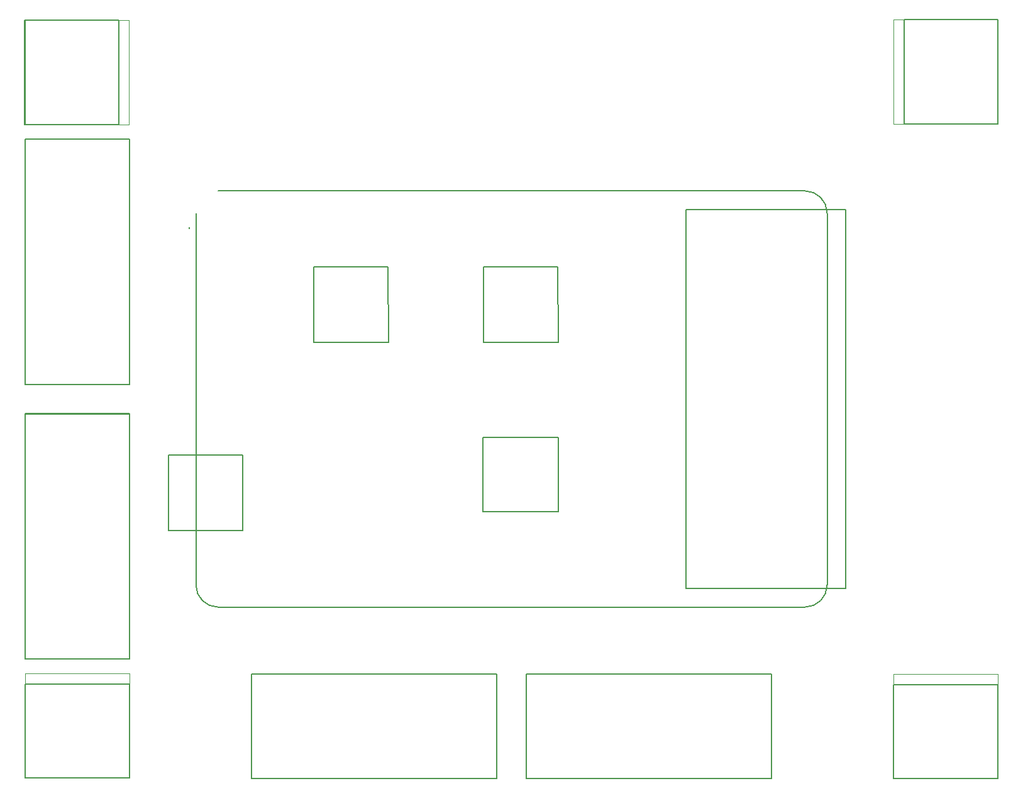
<source format=gbr>
G04 DipTrace 4.1.1.0*
G04 TopAssembly.gbr*
%MOMM*%
G04 #@! TF.FileFunction,Drawing,Top*
G04 #@! TF.Part,Single*
%ADD10C,0.12*%
%ADD19C,0.127*%
%FSLAX35Y35*%
G04*
G71*
G90*
G75*
G01*
G04 TopAssy*
%LPD*%
X8147500Y1397300D2*
D19*
Y2802300D1*
X11445500D1*
Y1397300D1*
X8147500D1*
X4447600D2*
Y2802300D1*
X7745600D1*
Y1397300D1*
X4447600D1*
X7572978Y8279980D2*
X8572978Y8280024D1*
X8573022Y7264024D1*
X7573022Y7263980D1*
X7572978Y8279980D1*
X8581000Y5986000D2*
Y4986000D1*
X7565000D1*
Y5986000D1*
X8581000D1*
X1394200Y9999000D2*
X2799200D1*
Y6701000D1*
X1394200D1*
Y9999000D1*
Y6304000D2*
X2799200D1*
Y3006000D1*
X1394200D1*
Y6304000D1*
X5286967Y8279969D2*
X6286967Y8280028D1*
X6287027Y7264028D1*
X5287027Y7263969D1*
X5286967Y8279969D1*
X3327978Y5745980D2*
X4327978Y5746024D1*
X4328022Y4730024D1*
X3328022Y4729980D1*
X3327978Y5745980D1*
X14498774Y11607307D2*
X14498805Y10202307D1*
X13232805Y10202279D1*
X13232774Y11607279D1*
X14498774Y11607307D1*
X1394194Y2670868D2*
X2799194Y2670904D1*
X2799226Y1404904D1*
X1394226Y1404868D1*
X1394194Y2670868D1*
X14498800Y1396700D2*
X13093800D1*
Y2662700D1*
X14498800D1*
Y1396700D1*
X2659200Y11602300D2*
Y10197300D1*
X1393200D1*
Y11602300D1*
X2659200D1*
X1393550Y11601950D2*
D10*
Y10197050D1*
X2798450D1*
Y11601950D1*
X1393550D1*
X10297000Y3952000D2*
D19*
X12447000D1*
Y9052000D1*
X10297000D1*
Y3952000D1*
G36*
X3597000Y8802000D2*
X3597086Y8803305D1*
X3597341Y8804588D1*
X3597761Y8805827D1*
X3598340Y8807000D1*
X3599066Y8808088D1*
X3599929Y8809071D1*
X3600912Y8809934D1*
X3602000Y8810660D1*
X3603173Y8811239D1*
X3604412Y8811659D1*
X3605695Y8811914D1*
X3607000Y8812000D1*
X3608305Y8811914D1*
X3609588Y8811659D1*
X3610827Y8811239D1*
X3612000Y8810660D1*
X3613088Y8809934D1*
X3614071Y8809071D1*
X3614934Y8808088D1*
X3615660Y8807000D1*
X3616239Y8805827D1*
X3616659Y8804588D1*
X3616914Y8803305D1*
X3617000Y8802000D1*
D1*
X3616914Y8800695D1*
X3616659Y8799412D1*
X3616239Y8798173D1*
X3615660Y8797000D1*
X3614934Y8795912D1*
X3614071Y8794929D1*
X3613088Y8794066D1*
X3612000Y8793340D1*
X3610827Y8792761D1*
X3609588Y8792341D1*
X3608305Y8792086D1*
X3607000Y8792000D1*
X3605695Y8792086D1*
X3604412Y8792341D1*
X3603173Y8792761D1*
X3602000Y8793340D1*
X3600912Y8794066D1*
X3599929Y8794929D1*
X3599066Y8795912D1*
X3598340Y8797000D1*
X3597761Y8798173D1*
X3597341Y8799412D1*
X3597086Y8800695D1*
X3597000Y8802000D1*
D1*
G37*
X3697000Y9002000D2*
D19*
Y4002000D1*
G03X3997000Y3702000I299996J-4D01*
G01*
X11897000D1*
G03X12197000Y4002000I4J299996D01*
G01*
Y9002000D1*
G03X11897000Y9302000I-299996J4D01*
G01*
X3997000D1*
X1394563Y9998597D2*
D10*
Y6700407D1*
X2799437D1*
Y9998597D1*
X1394563D1*
Y6303597D2*
Y3005407D1*
X2799437D1*
Y6303597D1*
X1394563D1*
X1394550Y2810073D2*
Y1405173D1*
X2799450D1*
Y2810073D1*
X1394550D1*
X4447907Y2801937D2*
Y1397063D1*
X7746093D1*
Y2801937D1*
X4447907D1*
X13093550Y11606950D2*
Y10202050D1*
X14498450D1*
Y11606950D1*
X13093550D1*
X8147903Y2801937D2*
Y1397063D1*
X11446097D1*
Y2801937D1*
X8147903D1*
X13093550Y2801950D2*
Y1397050D1*
X14498450D1*
Y2801950D1*
X13093550D1*
M02*

</source>
